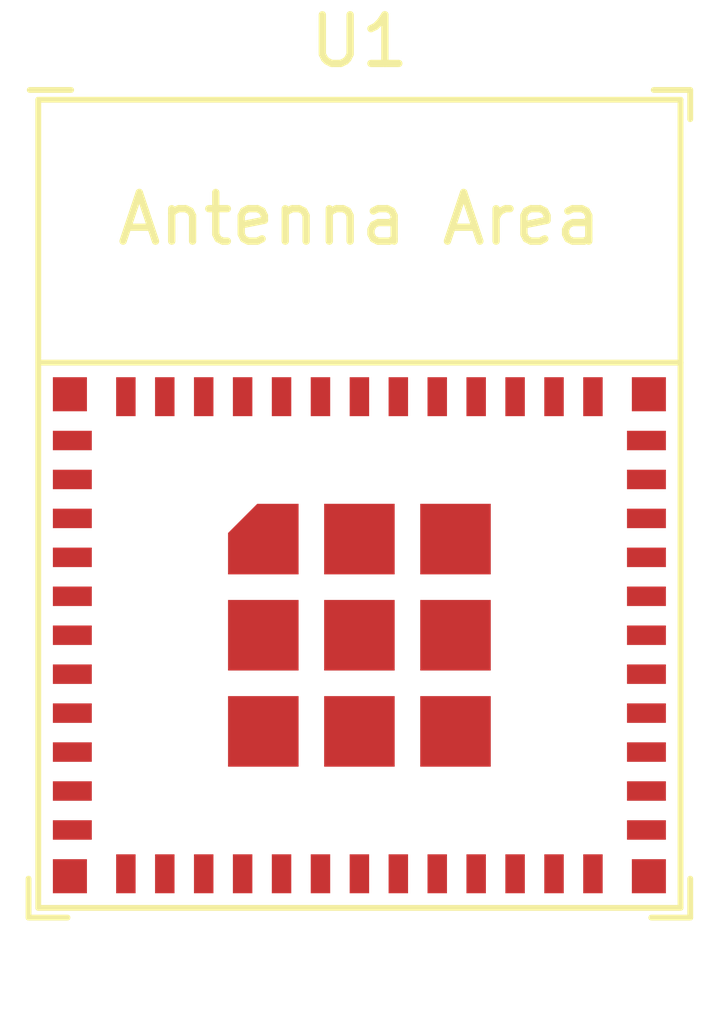
<source format=kicad_pcb>
(kicad_pcb (version 20241229) (generator "pcbnew") (generator_version "9.0")
  (layers (0 "F.Cu" signal) (2 "B.Cu" signal) (13 "F.Paste" user) (15 "B.Paste" user) (5 "F.SilkS" user "F.Silkscreen") (7 "B.SilkS" user "B.Silkscreen") (1 "F.Mask" user) (3 "B.Mask" user) (25 "Edge.Cuts" user))
  (net 0 "")
  (net 7 "Net-(U1-GND-Pad1)")
  (footprint "PCM_Espressif:ESP32-C3-MINI-1" (layer "F.Cu") (at 150.55 98.85)
    (property "Reference" "U1" (at 0 -9.5 0) (layer "F.SilkS"))
    (property "Value" "ESP32-C3-MINI-1")
    (fp_line (start -6.8 7.7) (end -6.8 8.5) (stroke (width 0.12)) (layer "F.SilkS"))
    (fp_line (start -6.8 8.5) (end -6 8.5) (stroke (width 0.12)) (layer "F.SilkS"))
    (fp_line (start -6.6 -8.3) (end 6.6 -8.3) (stroke (width 0.12)) (layer "F.SilkS"))
    (fp_line (start -6.6 -2.9) (end 6.6 -2.9) (stroke (width 0.12)) (layer "F.SilkS"))
    (fp_line (start -6.6 8.3) (end -6.6 -8.3) (stroke (width 0.12)) (layer "F.SilkS"))
    (fp_line (start -5.925 -8.5) (end -6.775 -8.5) (stroke (width 0.12)) (layer "F.SilkS"))
    (fp_line (start 6.05 -8.5) (end 6.8 -8.5) (stroke (width 0.12)) (layer "F.SilkS"))
    (fp_line (start 6.6 -8.3) (end 6.6 8.3) (stroke (width 0.12)) (layer "F.SilkS"))
    (fp_line (start 6.6 8.3) (end -6.6 8.3) (stroke (width 0.12)) (layer "F.SilkS"))
    (fp_line (start 6.8 -8.5) (end 6.8 -7.9) (stroke (width 0.12)) (layer "F.SilkS"))
    (fp_line (start 6.8 7.7) (end 6.8 8.5) (stroke (width 0.12)) (layer "F.SilkS"))
    (fp_line (start 6.8 8.5) (end 6 8.5) (stroke (width 0.12)) (layer "F.SilkS"))
    (fp_text user "Antenna Area" (at 0 -5.85 0) (layer "F.SilkS"))
    (pad "1" smd rect (at -5.9 -1.3 90) (size 0.4 0.8) (layers "F.Cu" "F.Mask" "F.Paste") (net 7 "Net-(U1-GND-Pad1)"))
    (pad "2" smd rect (at -5.9 -0.5 90) (size 0.4 0.8) (layers "F.Cu" "F.Mask" "F.Paste") (net 7 "Net-(U1-GND-Pad1)"))
    (pad "3" smd rect (at -5.9 0.3 90) (size 0.4 0.8) (layers "F.Cu" "F.Mask" "F.Paste"))
    (pad "4" smd rect (at -5.9 1.1 90) (size 0.4 0.8) (layers "F.Cu" "F.Mask" "F.Paste"))
    (pad "5" smd rect (at -5.9 1.9 90) (size 0.4 0.8) (layers "F.Cu" "F.Mask" "F.Paste"))
    (pad "6" smd rect (at -5.9 2.7 90) (size 0.4 0.8) (layers "F.Cu" "F.Mask" "F.Paste"))
    (pad "7" smd rect (at -5.9 3.5 90) (size 0.4 0.8) (layers "F.Cu" "F.Mask" "F.Paste"))
    (pad "8" smd rect (at -5.9 4.3 90) (size 0.4 0.8) (layers "F.Cu" "F.Mask" "F.Paste"))
    (pad "9" smd rect (at -5.9 5.1 90) (size 0.4 0.8) (layers "F.Cu" "F.Mask" "F.Paste"))
    (pad "10" smd rect (at -5.9 5.9 90) (size 0.4 0.8) (layers "F.Cu" "F.Mask" "F.Paste"))
    (pad "11" smd rect (at -5.9 6.7 90) (size 0.4 0.8) (layers "F.Cu" "F.Mask" "F.Paste") (net 7 "Net-(U1-GND-Pad1)"))
    (pad "12" smd rect (at -4.8 7.6) (size 0.4 0.8) (layers "F.Cu" "F.Mask" "F.Paste"))
    (pad "13" smd rect (at -4 7.6) (size 0.4 0.8) (layers "F.Cu" "F.Mask" "F.Paste"))
    (pad "14" smd rect (at -3.2 7.6) (size 0.4 0.8) (layers "F.Cu" "F.Mask" "F.Paste") (net 7 "Net-(U1-GND-Pad1)"))
    (pad "15" smd rect (at -2.4 7.6) (size 0.4 0.8) (layers "F.Cu" "F.Mask" "F.Paste"))
    (pad "16" smd rect (at -1.6 7.6) (size 0.4 0.8) (layers "F.Cu" "F.Mask" "F.Paste"))
    (pad "17" smd rect (at -0.8 7.6) (size 0.4 0.8) (layers "F.Cu" "F.Mask" "F.Paste"))
    (pad "18" smd rect (at 0 7.6) (size 0.4 0.8) (layers "F.Cu" "F.Mask" "F.Paste"))
    (pad "19" smd rect (at 0.8 7.6) (size 0.4 0.8) (layers "F.Cu" "F.Mask" "F.Paste"))
    (pad "20" smd rect (at 1.6 7.6) (size 0.4 0.8) (layers "F.Cu" "F.Mask" "F.Paste"))
    (pad "21" smd rect (at 2.4 7.6) (size 0.4 0.8) (layers "F.Cu" "F.Mask" "F.Paste"))
    (pad "22" smd rect (at 3.2 7.6) (size 0.4 0.8) (layers "F.Cu" "F.Mask" "F.Paste"))
    (pad "23" smd rect (at 4 7.6) (size 0.4 0.8) (layers "F.Cu" "F.Mask" "F.Paste"))
    (pad "24" smd rect (at 4.8 7.6) (size 0.4 0.8) (layers "F.Cu" "F.Mask" "F.Paste"))
    (pad "25" smd rect (at 5.9 6.7 90) (size 0.4 0.8) (layers "F.Cu" "F.Mask" "F.Paste"))
    (pad "26" smd rect (at 5.9 5.9 90) (size 0.4 0.8) (layers "F.Cu" "F.Mask" "F.Paste"))
    (pad "27" smd rect (at 5.9 5.1 90) (size 0.4 0.8) (layers "F.Cu" "F.Mask" "F.Paste"))
    (pad "28" smd rect (at 5.9 4.3 90) (size 0.4 0.8) (layers "F.Cu" "F.Mask" "F.Paste"))
    (pad "29" smd rect (at 5.9 3.5 90) (size 0.4 0.8) (layers "F.Cu" "F.Mask" "F.Paste"))
    (pad "30" smd rect (at 5.9 2.7 90) (size 0.4 0.8) (layers "F.Cu" "F.Mask" "F.Paste"))
    (pad "31" smd rect (at 5.9 1.9 90) (size 0.4 0.8) (layers "F.Cu" "F.Mask" "F.Paste"))
    (pad "32" smd rect (at 5.9 1.1 90) (size 0.4 0.8) (layers "F.Cu" "F.Mask" "F.Paste"))
    (pad "33" smd rect (at 5.9 0.3 90) (size 0.4 0.8) (layers "F.Cu" "F.Mask" "F.Paste"))
    (pad "34" smd rect (at 5.9 -0.5 90) (size 0.4 0.8) (layers "F.Cu" "F.Mask" "F.Paste"))
    (pad "35" smd rect (at 5.9 -1.3 90) (size 0.4 0.8) (layers "F.Cu" "F.Mask" "F.Paste"))
    (pad "36" smd rect (at 4.8 -2.2) (size 0.4 0.8) (layers "F.Cu" "F.Mask" "F.Paste") (net 7 "Net-(U1-GND-Pad1)"))
    (pad "37" smd rect (at 4 -2.2) (size 0.4 0.8) (layers "F.Cu" "F.Mask" "F.Paste") (net 7 "Net-(U1-GND-Pad1)"))
    (pad "38" smd rect (at 3.2 -2.2) (size 0.4 0.8) (layers "F.Cu" "F.Mask" "F.Paste") (net 7 "Net-(U1-GND-Pad1)"))
    (pad "39" smd rect (at 2.4 -2.2) (size 0.4 0.8) (layers "F.Cu" "F.Mask" "F.Paste") (net 7 "Net-(U1-GND-Pad1)"))
    (pad "40" smd rect (at 1.6 -2.2) (size 0.4 0.8) (layers "F.Cu" "F.Mask" "F.Paste") (net 7 "Net-(U1-GND-Pad1)"))
    (pad "41" smd rect (at 0.8 -2.2) (size 0.4 0.8) (layers "F.Cu" "F.Mask" "F.Paste") (net 7 "Net-(U1-GND-Pad1)"))
    (pad "42" smd rect (at 0 -2.2) (size 0.4 0.8) (layers "F.Cu" "F.Mask" "F.Paste") (net 7 "Net-(U1-GND-Pad1)"))
    (pad "43" smd rect (at -0.8 -2.2) (size 0.4 0.8) (layers "F.Cu" "F.Mask" "F.Paste") (net 7 "Net-(U1-GND-Pad1)"))
    (pad "44" smd rect (at -1.6 -2.2) (size 0.4 0.8) (layers "F.Cu" "F.Mask" "F.Paste") (net 7 "Net-(U1-GND-Pad1)"))
    (pad "45" smd rect (at -2.4 -2.2) (size 0.4 0.8) (layers "F.Cu" "F.Mask" "F.Paste") (net 7 "Net-(U1-GND-Pad1)"))
    (pad "46" smd rect (at -3.2 -2.2) (size 0.4 0.8) (layers "F.Cu" "F.Mask" "F.Paste") (net 7 "Net-(U1-GND-Pad1)"))
    (pad "47" smd rect (at -4 -2.2) (size 0.4 0.8) (layers "F.Cu" "F.Mask" "F.Paste") (net 7 "Net-(U1-GND-Pad1)"))
    (pad "48" smd rect (at -4.8 -2.2) (size 0.4 0.8) (layers "F.Cu" "F.Mask" "F.Paste") (net 7 "Net-(U1-GND-Pad1)"))
    (pad "49" smd custom (at -1.975 0.725) (size 0.8 0.8) (layers "F.Cu" "F.Mask" "F.Paste") (net 7 "Net-(U1-GND-Pad1)") (options (clearance outline) (anchor rect)) (primitives (gr_poly (pts (xy 0.725 0.725) (xy -0.725 0.725) (xy -0.725 -0.125) (xy -0.125 -0.725) (xy 0.725 -0.725)) (width 0) (fill yes))))
    (pad "49" smd rect (at -1.975 2.7 90) (size 1.45 1.45) (layers "F.Cu" "F.Mask" "F.Paste") (net 7 "Net-(U1-GND-Pad1)"))
    (pad "49" smd rect (at -1.975 4.675 90) (size 1.45 1.45) (layers "F.Cu" "F.Mask" "F.Paste") (net 7 "Net-(U1-GND-Pad1)"))
    (pad "49" smd rect (at 0 0.725 90) (size 1.45 1.45) (layers "F.Cu" "F.Mask" "F.Paste") (net 7 "Net-(U1-GND-Pad1)"))
    (pad "49" smd rect (at 0 2.7 90) (size 1.45 1.45) (layers "F.Cu" "F.Mask" "F.Paste") (net 7 "Net-(U1-GND-Pad1)"))
    (pad "49" smd rect (at 0 4.675 90) (size 1.45 1.45) (layers "F.Cu" "F.Mask" "F.Paste") (net 7 "Net-(U1-GND-Pad1)"))
    (pad "49" smd rect (at 1.975 0.725 90) (size 1.45 1.45) (layers "F.Cu" "F.Mask" "F.Paste") (net 7 "Net-(U1-GND-Pad1)"))
    (pad "49" smd rect (at 1.975 2.7 90) (size 1.45 1.45) (layers "F.Cu" "F.Mask" "F.Paste") (net 7 "Net-(U1-GND-Pad1)"))
    (pad "49" smd rect (at 1.975 4.675 90) (size 1.45 1.45) (layers "F.Cu" "F.Mask" "F.Paste") (net 7 "Net-(U1-GND-Pad1)"))
    (pad "50" smd rect (at 5.95 -2.25 90) (size 0.7 0.7) (layers "F.Cu" "F.Mask" "F.Paste") (net 7 "Net-(U1-GND-Pad1)"))
    (pad "51" smd rect (at 5.95 7.65 90) (size 0.7 0.7) (layers "F.Cu" "F.Mask" "F.Paste") (net 7 "Net-(U1-GND-Pad1)"))
    (pad "52" smd rect (at -5.95 7.65 90) (size 0.7 0.7) (layers "F.Cu" "F.Mask" "F.Paste") (net 7 "Net-(U1-GND-Pad1)"))
    (pad "53" smd rect (at -5.95 -2.25 90) (size 0.7 0.7) (layers "F.Cu" "F.Mask" "F.Paste") (net 7 "Net-(U1-GND-Pad1)"))
  )
)
</source>
